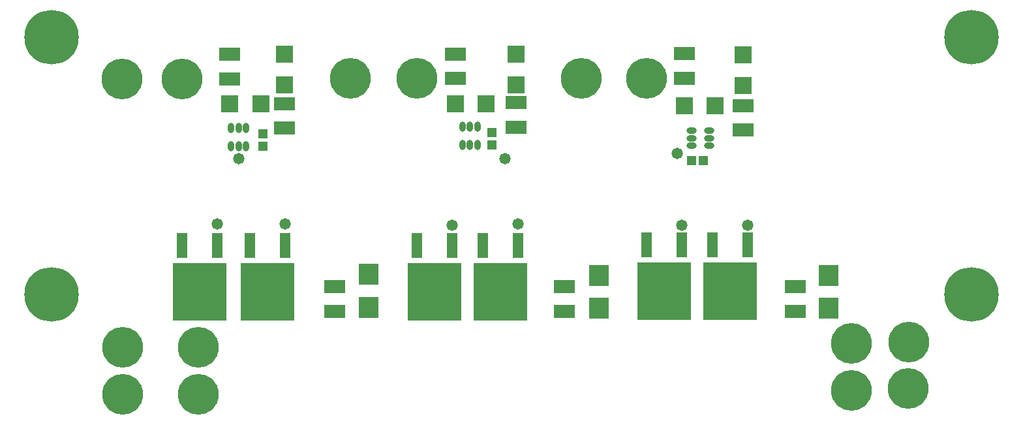
<source format=gts>
G04*
G04 #@! TF.GenerationSoftware,Altium Limited,Altium Designer,18.1.6 (161)*
G04*
G04 Layer_Color=8388736*
%FSLAX24Y24*%
%MOIN*%
G70*
G01*
G75*
%ADD23R,0.0867X0.0867*%
%ADD24R,0.0986X0.1064*%
%ADD25R,0.0474X0.0493*%
%ADD26O,0.0316X0.0513*%
%ADD27R,0.0572X0.1281*%
%ADD28R,0.2757X0.2954*%
%ADD29R,0.1064X0.0671*%
%ADD30R,0.0867X0.0867*%
%ADD31R,0.0493X0.0474*%
%ADD32O,0.0513X0.0316*%
%ADD33C,0.2780*%
%ADD34C,0.2080*%
%ADD35C,0.0580*%
D23*
X18635Y33637D02*
D03*
Y32063D02*
D03*
X42088Y32027D02*
D03*
Y33602D02*
D03*
X30495Y33628D02*
D03*
Y32053D02*
D03*
D24*
X22950Y22396D02*
D03*
Y20704D02*
D03*
X46450Y22339D02*
D03*
Y20646D02*
D03*
X34700Y20649D02*
D03*
Y22342D02*
D03*
D25*
X17550Y29570D02*
D03*
Y28940D02*
D03*
X29250Y28985D02*
D03*
Y29615D02*
D03*
D26*
X16674Y29865D02*
D03*
X16300D02*
D03*
X15926D02*
D03*
Y28940D02*
D03*
X16300D02*
D03*
X16674D02*
D03*
X28500Y28985D02*
D03*
X28126D02*
D03*
X27752D02*
D03*
Y29910D02*
D03*
X28126D02*
D03*
X28500D02*
D03*
D27*
X18676Y23850D02*
D03*
X16872D02*
D03*
X38951Y23900D02*
D03*
X37148D02*
D03*
X27220Y23860D02*
D03*
X25417D02*
D03*
X15203Y23850D02*
D03*
X13400D02*
D03*
X42303Y23900D02*
D03*
X40500D02*
D03*
X30572Y23854D02*
D03*
X28768D02*
D03*
D28*
X17774Y21488D02*
D03*
X38050Y21538D02*
D03*
X26318Y21498D02*
D03*
X14302Y21488D02*
D03*
X41401Y21538D02*
D03*
X29670Y21492D02*
D03*
D29*
X18635Y29848D02*
D03*
Y31100D02*
D03*
X39085Y33652D02*
D03*
Y32400D02*
D03*
X44750Y21758D02*
D03*
Y20506D02*
D03*
X42088Y31002D02*
D03*
Y29750D02*
D03*
X27385Y32388D02*
D03*
Y33640D02*
D03*
X32950Y20506D02*
D03*
Y21758D02*
D03*
X30495Y29900D02*
D03*
Y31152D02*
D03*
X15850Y32376D02*
D03*
Y33628D02*
D03*
X21200Y20500D02*
D03*
Y21752D02*
D03*
D30*
X39085Y31000D02*
D03*
X40660D02*
D03*
X27385Y31100D02*
D03*
X28960D02*
D03*
X15863D02*
D03*
X17437D02*
D03*
D31*
X40065Y28200D02*
D03*
X39435D02*
D03*
D32*
X40360Y28966D02*
D03*
Y29340D02*
D03*
Y29714D02*
D03*
X39435D02*
D03*
Y29340D02*
D03*
Y28966D02*
D03*
D33*
X6750Y21350D02*
D03*
X53750Y34500D02*
D03*
X6750D02*
D03*
X53750Y21350D02*
D03*
D34*
X33800Y32400D02*
D03*
X10362Y32350D02*
D03*
X13400D02*
D03*
X50550Y18925D02*
D03*
X50520Y16550D02*
D03*
X47600Y16450D02*
D03*
Y18850D02*
D03*
X14250Y18650D02*
D03*
X25400Y32400D02*
D03*
X37148D02*
D03*
X10370Y16250D02*
D03*
Y18650D02*
D03*
X22000Y32400D02*
D03*
X14250Y16250D02*
D03*
D35*
X16300Y28300D02*
D03*
X15203Y24950D02*
D03*
X29900Y28300D02*
D03*
X38950Y24900D02*
D03*
X38700Y28550D02*
D03*
X42303Y24900D02*
D03*
X27220D02*
D03*
X30572Y24960D02*
D03*
X18676Y24950D02*
D03*
M02*

</source>
